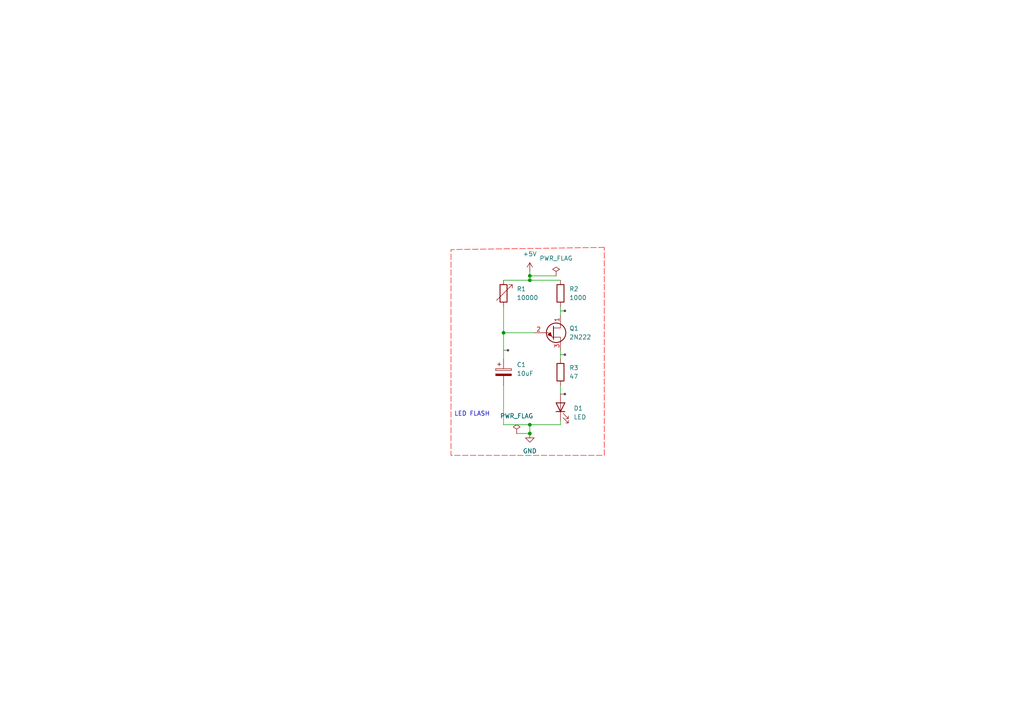
<source format=kicad_sch>
(kicad_sch
	(version 20250114)
	(generator "eeschema")
	(generator_version "9.0")
	(uuid "ed9521a5-353e-44ec-921d-81a030506087")
	(paper "A4")
	(title_block
		(title "LED FLASH USING UJT")
		(date "11-09-2025")
		(rev "ver 1")
		(company "SSN COLLEGE OF ENGINEERING")
		(comment 1 "MY FIRST PCB DESIGN")
	)
	(lib_symbols
		(symbol "Device:C_Polarized"
			(pin_numbers
				(hide yes)
			)
			(pin_names
				(offset 0.254)
			)
			(exclude_from_sim no)
			(in_bom yes)
			(on_board yes)
			(property "Reference" "C"
				(at 0.635 2.54 0)
				(effects
					(font
						(size 1.27 1.27)
					)
					(justify left)
				)
			)
			(property "Value" "C_Polarized"
				(at 0.635 -2.54 0)
				(effects
					(font
						(size 1.27 1.27)
					)
					(justify left)
				)
			)
			(property "Footprint" ""
				(at 0.9652 -3.81 0)
				(effects
					(font
						(size 1.27 1.27)
					)
					(hide yes)
				)
			)
			(property "Datasheet" "~"
				(at 0 0 0)
				(effects
					(font
						(size 1.27 1.27)
					)
					(hide yes)
				)
			)
			(property "Description" "Polarized capacitor"
				(at 0 0 0)
				(effects
					(font
						(size 1.27 1.27)
					)
					(hide yes)
				)
			)
			(property "ki_keywords" "cap capacitor"
				(at 0 0 0)
				(effects
					(font
						(size 1.27 1.27)
					)
					(hide yes)
				)
			)
			(property "ki_fp_filters" "CP_*"
				(at 0 0 0)
				(effects
					(font
						(size 1.27 1.27)
					)
					(hide yes)
				)
			)
			(symbol "C_Polarized_0_1"
				(rectangle
					(start -2.286 0.508)
					(end 2.286 1.016)
					(stroke
						(width 0)
						(type default)
					)
					(fill
						(type none)
					)
				)
				(polyline
					(pts
						(xy -1.778 2.286) (xy -0.762 2.286)
					)
					(stroke
						(width 0)
						(type default)
					)
					(fill
						(type none)
					)
				)
				(polyline
					(pts
						(xy -1.27 2.794) (xy -1.27 1.778)
					)
					(stroke
						(width 0)
						(type default)
					)
					(fill
						(type none)
					)
				)
				(rectangle
					(start 2.286 -0.508)
					(end -2.286 -1.016)
					(stroke
						(width 0)
						(type default)
					)
					(fill
						(type outline)
					)
				)
			)
			(symbol "C_Polarized_1_1"
				(pin passive line
					(at 0 3.81 270)
					(length 2.794)
					(name "~"
						(effects
							(font
								(size 1.27 1.27)
							)
						)
					)
					(number "1"
						(effects
							(font
								(size 1.27 1.27)
							)
						)
					)
				)
				(pin passive line
					(at 0 -3.81 90)
					(length 2.794)
					(name "~"
						(effects
							(font
								(size 1.27 1.27)
							)
						)
					)
					(number "2"
						(effects
							(font
								(size 1.27 1.27)
							)
						)
					)
				)
			)
			(embedded_fonts no)
		)
		(symbol "Device:LED"
			(pin_numbers
				(hide yes)
			)
			(pin_names
				(offset 1.016)
				(hide yes)
			)
			(exclude_from_sim no)
			(in_bom yes)
			(on_board yes)
			(property "Reference" "D"
				(at 0 2.54 0)
				(effects
					(font
						(size 1.27 1.27)
					)
				)
			)
			(property "Value" "LED"
				(at 0 -2.54 0)
				(effects
					(font
						(size 1.27 1.27)
					)
				)
			)
			(property "Footprint" ""
				(at 0 0 0)
				(effects
					(font
						(size 1.27 1.27)
					)
					(hide yes)
				)
			)
			(property "Datasheet" "~"
				(at 0 0 0)
				(effects
					(font
						(size 1.27 1.27)
					)
					(hide yes)
				)
			)
			(property "Description" "Light emitting diode"
				(at 0 0 0)
				(effects
					(font
						(size 1.27 1.27)
					)
					(hide yes)
				)
			)
			(property "Sim.Pins" "1=K 2=A"
				(at 0 0 0)
				(effects
					(font
						(size 1.27 1.27)
					)
					(hide yes)
				)
			)
			(property "ki_keywords" "LED diode"
				(at 0 0 0)
				(effects
					(font
						(size 1.27 1.27)
					)
					(hide yes)
				)
			)
			(property "ki_fp_filters" "LED* LED_SMD:* LED_THT:*"
				(at 0 0 0)
				(effects
					(font
						(size 1.27 1.27)
					)
					(hide yes)
				)
			)
			(symbol "LED_0_1"
				(polyline
					(pts
						(xy -3.048 -0.762) (xy -4.572 -2.286) (xy -3.81 -2.286) (xy -4.572 -2.286) (xy -4.572 -1.524)
					)
					(stroke
						(width 0)
						(type default)
					)
					(fill
						(type none)
					)
				)
				(polyline
					(pts
						(xy -1.778 -0.762) (xy -3.302 -2.286) (xy -2.54 -2.286) (xy -3.302 -2.286) (xy -3.302 -1.524)
					)
					(stroke
						(width 0)
						(type default)
					)
					(fill
						(type none)
					)
				)
				(polyline
					(pts
						(xy -1.27 0) (xy 1.27 0)
					)
					(stroke
						(width 0)
						(type default)
					)
					(fill
						(type none)
					)
				)
				(polyline
					(pts
						(xy -1.27 -1.27) (xy -1.27 1.27)
					)
					(stroke
						(width 0.254)
						(type default)
					)
					(fill
						(type none)
					)
				)
				(polyline
					(pts
						(xy 1.27 -1.27) (xy 1.27 1.27) (xy -1.27 0) (xy 1.27 -1.27)
					)
					(stroke
						(width 0.254)
						(type default)
					)
					(fill
						(type none)
					)
				)
			)
			(symbol "LED_1_1"
				(pin passive line
					(at -3.81 0 0)
					(length 2.54)
					(name "K"
						(effects
							(font
								(size 1.27 1.27)
							)
						)
					)
					(number "1"
						(effects
							(font
								(size 1.27 1.27)
							)
						)
					)
				)
				(pin passive line
					(at 3.81 0 180)
					(length 2.54)
					(name "A"
						(effects
							(font
								(size 1.27 1.27)
							)
						)
					)
					(number "2"
						(effects
							(font
								(size 1.27 1.27)
							)
						)
					)
				)
			)
			(embedded_fonts no)
		)
		(symbol "Device:Q_PUJT_BEB"
			(pin_names
				(offset 0)
				(hide yes)
			)
			(exclude_from_sim no)
			(in_bom yes)
			(on_board yes)
			(property "Reference" "Q"
				(at 5.08 1.27 0)
				(effects
					(font
						(size 1.27 1.27)
					)
					(justify left)
				)
			)
			(property "Value" "Q_PUJT_BEB"
				(at 5.08 -1.27 0)
				(effects
					(font
						(size 1.27 1.27)
					)
					(justify left)
				)
			)
			(property "Footprint" ""
				(at 5.08 2.54 0)
				(effects
					(font
						(size 1.27 1.27)
					)
					(hide yes)
				)
			)
			(property "Datasheet" "~"
				(at 0 0 0)
				(effects
					(font
						(size 1.27 1.27)
					)
					(hide yes)
				)
			)
			(property "Description" "P-Type unijunction transistor"
				(at 0 0 0)
				(effects
					(font
						(size 1.27 1.27)
					)
					(hide yes)
				)
			)
			(property "ki_keywords" "transistor UJT"
				(at 0 0 0)
				(effects
					(font
						(size 1.27 1.27)
					)
					(hide yes)
				)
			)
			(symbol "Q_PUJT_BEB_0_1"
				(polyline
					(pts
						(xy -2.54 0) (xy -1.016 0) (xy 0.508 -1.524)
					)
					(stroke
						(width 0)
						(type default)
					)
					(fill
						(type none)
					)
				)
				(polyline
					(pts
						(xy 0 -1.016) (xy -0.381 0.127) (xy -1.143 -0.635) (xy 0 -1.016)
					)
					(stroke
						(width 0)
						(type default)
					)
					(fill
						(type outline)
					)
				)
				(polyline
					(pts
						(xy 0.508 1.905) (xy 0.508 -1.905) (xy 0.508 -1.905)
					)
					(stroke
						(width 0.254)
						(type default)
					)
					(fill
						(type none)
					)
				)
				(circle
					(center 1.27 0)
					(radius 2.8194)
					(stroke
						(width 0.254)
						(type default)
					)
					(fill
						(type none)
					)
				)
				(polyline
					(pts
						(xy 2.54 2.54) (xy 2.54 1.397) (xy 0.508 1.397)
					)
					(stroke
						(width 0)
						(type default)
					)
					(fill
						(type none)
					)
				)
				(polyline
					(pts
						(xy 2.54 -2.54) (xy 2.54 -1.27) (xy 0.508 -1.27)
					)
					(stroke
						(width 0)
						(type default)
					)
					(fill
						(type none)
					)
				)
			)
			(symbol "Q_PUJT_BEB_1_1"
				(pin input line
					(at -5.08 0 0)
					(length 2.54)
					(name "E"
						(effects
							(font
								(size 1.27 1.27)
							)
						)
					)
					(number "2"
						(effects
							(font
								(size 1.27 1.27)
							)
						)
					)
				)
				(pin passive line
					(at 2.54 5.08 270)
					(length 2.54)
					(name "B2"
						(effects
							(font
								(size 1.27 1.27)
							)
						)
					)
					(number "1"
						(effects
							(font
								(size 1.27 1.27)
							)
						)
					)
				)
				(pin passive line
					(at 2.54 -5.08 90)
					(length 2.54)
					(name "B1"
						(effects
							(font
								(size 1.27 1.27)
							)
						)
					)
					(number "3"
						(effects
							(font
								(size 1.27 1.27)
							)
						)
					)
				)
			)
			(embedded_fonts no)
		)
		(symbol "Device:R"
			(pin_numbers
				(hide yes)
			)
			(pin_names
				(offset 0)
			)
			(exclude_from_sim no)
			(in_bom yes)
			(on_board yes)
			(property "Reference" "R"
				(at 2.032 0 90)
				(effects
					(font
						(size 1.27 1.27)
					)
				)
			)
			(property "Value" "R"
				(at 0 0 90)
				(effects
					(font
						(size 1.27 1.27)
					)
				)
			)
			(property "Footprint" ""
				(at -1.778 0 90)
				(effects
					(font
						(size 1.27 1.27)
					)
					(hide yes)
				)
			)
			(property "Datasheet" "~"
				(at 0 0 0)
				(effects
					(font
						(size 1.27 1.27)
					)
					(hide yes)
				)
			)
			(property "Description" "Resistor"
				(at 0 0 0)
				(effects
					(font
						(size 1.27 1.27)
					)
					(hide yes)
				)
			)
			(property "ki_keywords" "R res resistor"
				(at 0 0 0)
				(effects
					(font
						(size 1.27 1.27)
					)
					(hide yes)
				)
			)
			(property "ki_fp_filters" "R_*"
				(at 0 0 0)
				(effects
					(font
						(size 1.27 1.27)
					)
					(hide yes)
				)
			)
			(symbol "R_0_1"
				(rectangle
					(start -1.016 -2.54)
					(end 1.016 2.54)
					(stroke
						(width 0.254)
						(type default)
					)
					(fill
						(type none)
					)
				)
			)
			(symbol "R_1_1"
				(pin passive line
					(at 0 3.81 270)
					(length 1.27)
					(name "~"
						(effects
							(font
								(size 1.27 1.27)
							)
						)
					)
					(number "1"
						(effects
							(font
								(size 1.27 1.27)
							)
						)
					)
				)
				(pin passive line
					(at 0 -3.81 90)
					(length 1.27)
					(name "~"
						(effects
							(font
								(size 1.27 1.27)
							)
						)
					)
					(number "2"
						(effects
							(font
								(size 1.27 1.27)
							)
						)
					)
				)
			)
			(embedded_fonts no)
		)
		(symbol "Device:R_Variable"
			(pin_numbers
				(hide yes)
			)
			(pin_names
				(offset 0)
			)
			(exclude_from_sim no)
			(in_bom yes)
			(on_board yes)
			(property "Reference" "R"
				(at 2.54 -2.54 90)
				(effects
					(font
						(size 1.27 1.27)
					)
					(justify left)
				)
			)
			(property "Value" "R_Variable"
				(at -2.54 -1.27 90)
				(effects
					(font
						(size 1.27 1.27)
					)
					(justify left)
				)
			)
			(property "Footprint" ""
				(at -1.778 0 90)
				(effects
					(font
						(size 1.27 1.27)
					)
					(hide yes)
				)
			)
			(property "Datasheet" "~"
				(at 0 0 0)
				(effects
					(font
						(size 1.27 1.27)
					)
					(hide yes)
				)
			)
			(property "Description" "Variable resistor"
				(at 0 0 0)
				(effects
					(font
						(size 1.27 1.27)
					)
					(hide yes)
				)
			)
			(property "ki_keywords" "R res resistor variable potentiometer rheostat"
				(at 0 0 0)
				(effects
					(font
						(size 1.27 1.27)
					)
					(hide yes)
				)
			)
			(property "ki_fp_filters" "R_*"
				(at 0 0 0)
				(effects
					(font
						(size 1.27 1.27)
					)
					(hide yes)
				)
			)
			(symbol "R_Variable_0_1"
				(rectangle
					(start -1.016 -2.54)
					(end 1.016 2.54)
					(stroke
						(width 0.254)
						(type default)
					)
					(fill
						(type none)
					)
				)
				(polyline
					(pts
						(xy 2.54 1.524) (xy 2.54 2.54) (xy 1.524 2.54) (xy 2.54 2.54) (xy -2.032 -2.032)
					)
					(stroke
						(width 0)
						(type default)
					)
					(fill
						(type none)
					)
				)
			)
			(symbol "R_Variable_1_1"
				(pin passive line
					(at 0 3.81 270)
					(length 1.27)
					(name "~"
						(effects
							(font
								(size 1.27 1.27)
							)
						)
					)
					(number "1"
						(effects
							(font
								(size 1.27 1.27)
							)
						)
					)
				)
				(pin passive line
					(at 0 -3.81 90)
					(length 1.27)
					(name "~"
						(effects
							(font
								(size 1.27 1.27)
							)
						)
					)
					(number "2"
						(effects
							(font
								(size 1.27 1.27)
							)
						)
					)
				)
			)
			(embedded_fonts no)
		)
		(symbol "power:+5V"
			(power)
			(pin_numbers
				(hide yes)
			)
			(pin_names
				(offset 0)
				(hide yes)
			)
			(exclude_from_sim no)
			(in_bom yes)
			(on_board yes)
			(property "Reference" "#PWR"
				(at 0 -3.81 0)
				(effects
					(font
						(size 1.27 1.27)
					)
					(hide yes)
				)
			)
			(property "Value" "+5V"
				(at 0 3.556 0)
				(effects
					(font
						(size 1.27 1.27)
					)
				)
			)
			(property "Footprint" ""
				(at 0 0 0)
				(effects
					(font
						(size 1.27 1.27)
					)
					(hide yes)
				)
			)
			(property "Datasheet" ""
				(at 0 0 0)
				(effects
					(font
						(size 1.27 1.27)
					)
					(hide yes)
				)
			)
			(property "Description" "Power symbol creates a global label with name \"+5V\""
				(at 0 0 0)
				(effects
					(font
						(size 1.27 1.27)
					)
					(hide yes)
				)
			)
			(property "ki_keywords" "global power"
				(at 0 0 0)
				(effects
					(font
						(size 1.27 1.27)
					)
					(hide yes)
				)
			)
			(symbol "+5V_0_1"
				(polyline
					(pts
						(xy -0.762 1.27) (xy 0 2.54)
					)
					(stroke
						(width 0)
						(type default)
					)
					(fill
						(type none)
					)
				)
				(polyline
					(pts
						(xy 0 2.54) (xy 0.762 1.27)
					)
					(stroke
						(width 0)
						(type default)
					)
					(fill
						(type none)
					)
				)
				(polyline
					(pts
						(xy 0 0) (xy 0 2.54)
					)
					(stroke
						(width 0)
						(type default)
					)
					(fill
						(type none)
					)
				)
			)
			(symbol "+5V_1_1"
				(pin power_in line
					(at 0 0 90)
					(length 0)
					(name "~"
						(effects
							(font
								(size 1.27 1.27)
							)
						)
					)
					(number "1"
						(effects
							(font
								(size 1.27 1.27)
							)
						)
					)
				)
			)
			(embedded_fonts no)
		)
		(symbol "power:GND"
			(power)
			(pin_numbers
				(hide yes)
			)
			(pin_names
				(offset 0)
				(hide yes)
			)
			(exclude_from_sim no)
			(in_bom yes)
			(on_board yes)
			(property "Reference" "#PWR"
				(at 0 -6.35 0)
				(effects
					(font
						(size 1.27 1.27)
					)
					(hide yes)
				)
			)
			(property "Value" "GND"
				(at 0 -3.81 0)
				(effects
					(font
						(size 1.27 1.27)
					)
				)
			)
			(property "Footprint" ""
				(at 0 0 0)
				(effects
					(font
						(size 1.27 1.27)
					)
					(hide yes)
				)
			)
			(property "Datasheet" ""
				(at 0 0 0)
				(effects
					(font
						(size 1.27 1.27)
					)
					(hide yes)
				)
			)
			(property "Description" "Power symbol creates a global label with name \"GND\" , ground"
				(at 0 0 0)
				(effects
					(font
						(size 1.27 1.27)
					)
					(hide yes)
				)
			)
			(property "ki_keywords" "global power"
				(at 0 0 0)
				(effects
					(font
						(size 1.27 1.27)
					)
					(hide yes)
				)
			)
			(symbol "GND_0_1"
				(polyline
					(pts
						(xy 0 0) (xy 0 -1.27) (xy 1.27 -1.27) (xy 0 -2.54) (xy -1.27 -1.27) (xy 0 -1.27)
					)
					(stroke
						(width 0)
						(type default)
					)
					(fill
						(type none)
					)
				)
			)
			(symbol "GND_1_1"
				(pin power_in line
					(at 0 0 270)
					(length 0)
					(name "~"
						(effects
							(font
								(size 1.27 1.27)
							)
						)
					)
					(number "1"
						(effects
							(font
								(size 1.27 1.27)
							)
						)
					)
				)
			)
			(embedded_fonts no)
		)
		(symbol "power:PWR_FLAG"
			(power)
			(pin_numbers
				(hide yes)
			)
			(pin_names
				(offset 0)
				(hide yes)
			)
			(exclude_from_sim no)
			(in_bom yes)
			(on_board yes)
			(property "Reference" "#FLG"
				(at 0 1.905 0)
				(effects
					(font
						(size 1.27 1.27)
					)
					(hide yes)
				)
			)
			(property "Value" "PWR_FLAG"
				(at 0 3.81 0)
				(effects
					(font
						(size 1.27 1.27)
					)
				)
			)
			(property "Footprint" ""
				(at 0 0 0)
				(effects
					(font
						(size 1.27 1.27)
					)
					(hide yes)
				)
			)
			(property "Datasheet" "~"
				(at 0 0 0)
				(effects
					(font
						(size 1.27 1.27)
					)
					(hide yes)
				)
			)
			(property "Description" "Special symbol for telling ERC where power comes from"
				(at 0 0 0)
				(effects
					(font
						(size 1.27 1.27)
					)
					(hide yes)
				)
			)
			(property "ki_keywords" "flag power"
				(at 0 0 0)
				(effects
					(font
						(size 1.27 1.27)
					)
					(hide yes)
				)
			)
			(symbol "PWR_FLAG_0_0"
				(pin power_out line
					(at 0 0 90)
					(length 0)
					(name "~"
						(effects
							(font
								(size 1.27 1.27)
							)
						)
					)
					(number "1"
						(effects
							(font
								(size 1.27 1.27)
							)
						)
					)
				)
			)
			(symbol "PWR_FLAG_0_1"
				(polyline
					(pts
						(xy 0 0) (xy 0 1.27) (xy -1.016 1.905) (xy 0 2.54) (xy 1.016 1.905) (xy 0 1.27)
					)
					(stroke
						(width 0)
						(type default)
					)
					(fill
						(type none)
					)
				)
			)
			(embedded_fonts no)
		)
	)
	(text "LED FLASH "
		(exclude_from_sim no)
		(at 137.414 120.142 0)
		(effects
			(font
				(size 1.27 1.27)
			)
		)
		(uuid "7b9ba56f-f0ad-40ce-9415-c9535515d580")
	)
	(junction
		(at 153.67 80.01)
		(diameter 0)
		(color 0 0 0 0)
		(uuid "494b624b-ebdc-45d3-aba2-287f113ae1c0")
	)
	(junction
		(at 146.05 96.52)
		(diameter 0)
		(color 0 0 0 0)
		(uuid "7d88dc89-965c-41ff-aa7d-00f30dd7e9e9")
	)
	(junction
		(at 153.67 123.19)
		(diameter 0)
		(color 0 0 0 0)
		(uuid "d199b666-707e-40eb-9bb0-6411895602a8")
	)
	(junction
		(at 153.67 125.73)
		(diameter 0)
		(color 0 0 0 0)
		(uuid "eda3a711-129a-4a5a-8e9b-7144008e41b7")
	)
	(junction
		(at 153.67 81.28)
		(diameter 0)
		(color 0 0 0 0)
		(uuid "f49accbb-117e-4d96-90fa-0893a58e79db")
	)
	(wire
		(pts
			(xy 146.05 81.28) (xy 153.67 81.28)
		)
		(stroke
			(width 0)
			(type default)
		)
		(uuid "07ef0135-3b76-403d-8044-c44a38aa41be")
	)
	(wire
		(pts
			(xy 146.05 111.76) (xy 146.05 123.19)
		)
		(stroke
			(width 0)
			(type default)
		)
		(uuid "09281be7-3a26-4a5f-8994-573ff101f1b4")
	)
	(wire
		(pts
			(xy 146.05 96.52) (xy 154.94 96.52)
		)
		(stroke
			(width 0)
			(type default)
		)
		(uuid "09480691-45d8-496e-bb59-41fa94cb5215")
	)
	(wire
		(pts
			(xy 162.56 121.92) (xy 162.56 123.19)
		)
		(stroke
			(width 0)
			(type default)
		)
		(uuid "108231d6-a4f2-40ec-a6e4-d7003707d628")
	)
	(wire
		(pts
			(xy 149.86 125.73) (xy 153.67 125.73)
		)
		(stroke
			(width 0)
			(type default)
		)
		(uuid "5ed94a92-2224-407b-8f11-5a0c2533d703")
	)
	(wire
		(pts
			(xy 153.67 123.19) (xy 153.67 125.73)
		)
		(stroke
			(width 0)
			(type default)
		)
		(uuid "6e01a2a8-3947-4721-b05f-010ba2c7a949")
	)
	(wire
		(pts
			(xy 146.05 88.9) (xy 146.05 96.52)
		)
		(stroke
			(width 0)
			(type default)
		)
		(uuid "70a66b19-1425-4d88-9795-e1145ddca8d2")
	)
	(wire
		(pts
			(xy 153.67 123.19) (xy 162.56 123.19)
		)
		(stroke
			(width 0)
			(type default)
		)
		(uuid "74c2a0bf-e5ff-4dbf-8789-f17f513ec7bc")
	)
	(wire
		(pts
			(xy 146.05 123.19) (xy 153.67 123.19)
		)
		(stroke
			(width 0)
			(type default)
		)
		(uuid "75b0ea43-eae6-445e-ac1c-2098096cce50")
	)
	(wire
		(pts
			(xy 153.67 81.28) (xy 162.56 81.28)
		)
		(stroke
			(width 0)
			(type default)
		)
		(uuid "79172cae-5a81-4a89-a1cf-b060729a6a22")
	)
	(wire
		(pts
			(xy 146.05 96.52) (xy 146.05 104.14)
		)
		(stroke
			(width 0)
			(type default)
		)
		(uuid "7f1dd9f1-45b2-4a25-bdfa-ca5ba8cae3a0")
	)
	(wire
		(pts
			(xy 162.56 111.76) (xy 162.56 114.3)
		)
		(stroke
			(width 0)
			(type default)
		)
		(uuid "b93a71aa-7e0b-47ff-b950-4841a48bbc0b")
	)
	(wire
		(pts
			(xy 153.67 78.74) (xy 153.67 80.01)
		)
		(stroke
			(width 0)
			(type default)
		)
		(uuid "c8cc0194-c89a-4a87-88b9-10d50e2be44e")
	)
	(wire
		(pts
			(xy 162.56 101.6) (xy 162.56 104.14)
		)
		(stroke
			(width 0)
			(type default)
		)
		(uuid "d5815070-0ba8-454e-a101-7694e6402bdf")
	)
	(wire
		(pts
			(xy 153.67 80.01) (xy 161.29 80.01)
		)
		(stroke
			(width 0)
			(type default)
		)
		(uuid "d9336b86-e29d-4db8-8d34-ae62d72254e8")
	)
	(wire
		(pts
			(xy 162.56 88.9) (xy 162.56 91.44)
		)
		(stroke
			(width 0)
			(type default)
		)
		(uuid "ec07d7b0-de11-41f0-9d33-7c966dd98f5a")
	)
	(wire
		(pts
			(xy 153.67 80.01) (xy 153.67 81.28)
		)
		(stroke
			(width 0)
			(type default)
		)
		(uuid "f170dfc2-9b69-4406-9249-cd17930ff514")
	)
	(rule_area
		(polyline
			(pts
				(xy 175.26 71.755) (xy 130.81 72.39) (xy 130.81 132.08) (xy 175.26 132.08)
			)
			(stroke
				(width 0)
				(type dash)
			)
			(fill
				(type none)
			)
			(uuid 3cab8863-18b0-4052-ba0a-fc4568015189)
		)
	)
	(netclass_flag ""
		(length 1.27)
		(shape dot)
		(at 162.56 90.17 270)
		(fields_autoplaced yes)
		(effects
			(font
				(size 1.27 1.27)
			)
			(justify right bottom)
		)
		(uuid "5e2368b3-235b-4dd0-bcec-df1421e96872")
		(property "Netclass" "signal"
			(at 163.83 89.4715 90)
			(effects
				(font
					(size 1.27 1.27)
				)
				(justify left)
				(hide yes)
			)
		)
		(property "Component Class" ""
			(at 2.54 -1.27 0)
			(effects
				(font
					(size 1.27 1.27)
					(italic yes)
				)
			)
		)
	)
	(netclass_flag ""
		(length 1.27)
		(shape dot)
		(at 162.56 102.87 270)
		(fields_autoplaced yes)
		(effects
			(font
				(size 1.27 1.27)
			)
			(justify right bottom)
		)
		(uuid "a24a1cbb-7025-497a-bebd-209271992747")
		(property "Netclass" "signal"
			(at 163.83 102.1715 90)
			(effects
				(font
					(size 1.27 1.27)
				)
				(justify left)
				(hide yes)
			)
		)
		(property "Component Class" ""
			(at -81.28 5.08 0)
			(effects
				(font
					(size 1.27 1.27)
					(italic yes)
				)
			)
		)
	)
	(netclass_flag ""
		(length 1.27)
		(shape dot)
		(at 146.05 101.6 270)
		(fields_autoplaced yes)
		(effects
			(font
				(size 1.27 1.27)
			)
			(justify right bottom)
		)
		(uuid "e5ed1003-93f2-45a6-83ae-958f83024dac")
		(property "Netclass" "signal"
			(at 147.32 100.9015 90)
			(effects
				(font
					(size 1.27 1.27)
				)
				(justify left)
				(hide yes)
			)
		)
		(property "Component Class" ""
			(at 0 0 0)
			(effects
				(font
					(size 1.27 1.27)
					(italic yes)
				)
			)
		)
	)
	(netclass_flag ""
		(length 1.27)
		(shape dot)
		(at 162.56 114.3 270)
		(fields_autoplaced yes)
		(effects
			(font
				(size 1.27 1.27)
			)
			(justify right bottom)
		)
		(uuid "ee026aa1-7857-461a-81d7-7f025962ce92")
		(property "Netclass" "signal"
			(at 163.83 113.6015 90)
			(effects
				(font
					(size 1.27 1.27)
				)
				(justify left)
				(hide yes)
			)
		)
		(property "Component Class" ""
			(at 0 1.27 0)
			(effects
				(font
					(size 1.27 1.27)
					(italic yes)
				)
			)
		)
	)
	(symbol
		(lib_id "Device:R")
		(at 162.56 107.95 0)
		(unit 1)
		(exclude_from_sim no)
		(in_bom yes)
		(on_board yes)
		(dnp no)
		(fields_autoplaced yes)
		(uuid "01e7551e-04d0-40cf-bd03-e6f2af779255")
		(property "Reference" "R3"
			(at 165.1 106.6799 0)
			(effects
				(font
					(size 1.27 1.27)
				)
				(justify left)
			)
		)
		(property "Value" "47"
			(at 165.1 109.2199 0)
			(effects
				(font
					(size 1.27 1.27)
				)
				(justify left)
			)
		)
		(property "Footprint" "Resistor_THT:R_Axial_DIN0207_L6.3mm_D2.5mm_P10.16mm_Horizontal"
			(at 160.782 107.95 90)
			(effects
				(font
					(size 1.27 1.27)
				)
				(hide yes)
			)
		)
		(property "Datasheet" "~"
			(at 162.56 107.95 0)
			(effects
				(font
					(size 1.27 1.27)
				)
				(hide yes)
			)
		)
		(property "Description" "Resistor"
			(at 162.56 107.95 0)
			(effects
				(font
					(size 1.27 1.27)
				)
				(hide yes)
			)
		)
		(pin "1"
			(uuid "b2246b2f-a558-457e-8d0c-9518a6e9b23d")
		)
		(pin "2"
			(uuid "a2ba27a8-4126-4d9e-b56c-96a174a865fa")
		)
		(instances
			(project ""
				(path "/ed9521a5-353e-44ec-921d-81a030506087"
					(reference "R3")
					(unit 1)
				)
			)
		)
	)
	(symbol
		(lib_id "power:PWR_FLAG")
		(at 161.29 80.01 0)
		(unit 1)
		(exclude_from_sim no)
		(in_bom yes)
		(on_board yes)
		(dnp no)
		(fields_autoplaced yes)
		(uuid "57b6ca66-e6c2-4ab8-ad26-acc0f45ad7d6")
		(property "Reference" "#FLG01"
			(at 161.29 78.105 0)
			(effects
				(font
					(size 1.27 1.27)
				)
				(hide yes)
			)
		)
		(property "Value" "PWR_FLAG"
			(at 161.29 74.93 0)
			(effects
				(font
					(size 1.27 1.27)
				)
			)
		)
		(property "Footprint" ""
			(at 161.29 80.01 0)
			(effects
				(font
					(size 1.27 1.27)
				)
				(hide yes)
			)
		)
		(property "Datasheet" "~"
			(at 161.29 80.01 0)
			(effects
				(font
					(size 1.27 1.27)
				)
				(hide yes)
			)
		)
		(property "Description" "Special symbol for telling ERC where power comes from"
			(at 161.29 80.01 0)
			(effects
				(font
					(size 1.27 1.27)
				)
				(hide yes)
			)
		)
		(pin "1"
			(uuid "f19dcf35-08a5-4e2e-87a2-85a311504e28")
		)
		(instances
			(project ""
				(path "/ed9521a5-353e-44ec-921d-81a030506087"
					(reference "#FLG01")
					(unit 1)
				)
			)
		)
	)
	(symbol
		(lib_id "Device:C_Polarized")
		(at 146.05 107.95 0)
		(unit 1)
		(exclude_from_sim no)
		(in_bom yes)
		(on_board yes)
		(dnp no)
		(fields_autoplaced yes)
		(uuid "ab1bd249-0254-4bac-b621-f90baab0824e")
		(property "Reference" "C1"
			(at 149.86 105.7909 0)
			(effects
				(font
					(size 1.27 1.27)
				)
				(justify left)
			)
		)
		(property "Value" "10uF"
			(at 149.86 108.3309 0)
			(effects
				(font
					(size 1.27 1.27)
				)
				(justify left)
			)
		)
		(property "Footprint" "Capacitor_THT:CP_Radial_D4.0mm_P1.50mm"
			(at 147.0152 111.76 0)
			(effects
				(font
					(size 1.27 1.27)
				)
				(hide yes)
			)
		)
		(property "Datasheet" "~"
			(at 146.05 107.95 0)
			(effects
				(font
					(size 1.27 1.27)
				)
				(hide yes)
			)
		)
		(property "Description" "Polarized capacitor"
			(at 146.05 107.95 0)
			(effects
				(font
					(size 1.27 1.27)
				)
				(hide yes)
			)
		)
		(pin "2"
			(uuid "b94da827-6cb9-408a-98e7-ba8fca791809")
		)
		(pin "1"
			(uuid "5185d313-4e25-4ec9-a6cb-22c954dacbd7")
		)
		(instances
			(project ""
				(path "/ed9521a5-353e-44ec-921d-81a030506087"
					(reference "C1")
					(unit 1)
				)
			)
		)
	)
	(symbol
		(lib_id "power:PWR_FLAG")
		(at 149.86 125.73 0)
		(unit 1)
		(exclude_from_sim no)
		(in_bom yes)
		(on_board yes)
		(dnp no)
		(fields_autoplaced yes)
		(uuid "afb2b9ee-895f-4b5f-bae0-4494455c3243")
		(property "Reference" "#FLG02"
			(at 149.86 123.825 0)
			(effects
				(font
					(size 1.27 1.27)
				)
				(hide yes)
			)
		)
		(property "Value" "PWR_FLAG"
			(at 149.86 120.65 0)
			(effects
				(font
					(size 1.27 1.27)
				)
			)
		)
		(property "Footprint" ""
			(at 149.86 125.73 0)
			(effects
				(font
					(size 1.27 1.27)
				)
				(hide yes)
			)
		)
		(property "Datasheet" "~"
			(at 149.86 125.73 0)
			(effects
				(font
					(size 1.27 1.27)
				)
				(hide yes)
			)
		)
		(property "Description" "Special symbol for telling ERC where power comes from"
			(at 149.86 125.73 0)
			(effects
				(font
					(size 1.27 1.27)
				)
				(hide yes)
			)
		)
		(pin "1"
			(uuid "27fcd026-d44b-4729-9a80-80549b5cb8a5")
		)
		(instances
			(project ""
				(path "/ed9521a5-353e-44ec-921d-81a030506087"
					(reference "#FLG02")
					(unit 1)
				)
			)
		)
	)
	(symbol
		(lib_id "power:GND")
		(at 153.67 125.73 0)
		(unit 1)
		(exclude_from_sim no)
		(in_bom yes)
		(on_board yes)
		(dnp no)
		(fields_autoplaced yes)
		(uuid "b31fc70b-41b5-4705-9ba8-896a76426ebb")
		(property "Reference" "#PWR02"
			(at 153.67 132.08 0)
			(effects
				(font
					(size 1.27 1.27)
				)
				(hide yes)
			)
		)
		(property "Value" "GND"
			(at 153.67 130.81 0)
			(effects
				(font
					(size 1.27 1.27)
				)
			)
		)
		(property "Footprint" ""
			(at 153.67 125.73 0)
			(effects
				(font
					(size 1.27 1.27)
				)
				(hide yes)
			)
		)
		(property "Datasheet" ""
			(at 153.67 125.73 0)
			(effects
				(font
					(size 1.27 1.27)
				)
				(hide yes)
			)
		)
		(property "Description" "Power symbol creates a global label with name \"GND\" , ground"
			(at 153.67 125.73 0)
			(effects
				(font
					(size 1.27 1.27)
				)
				(hide yes)
			)
		)
		(pin "1"
			(uuid "d5013d50-9460-47b2-8ebd-54817ca7a14b")
		)
		(instances
			(project ""
				(path "/ed9521a5-353e-44ec-921d-81a030506087"
					(reference "#PWR02")
					(unit 1)
				)
			)
		)
	)
	(symbol
		(lib_id "Device:LED")
		(at 162.56 118.11 90)
		(unit 1)
		(exclude_from_sim no)
		(in_bom yes)
		(on_board yes)
		(dnp no)
		(fields_autoplaced yes)
		(uuid "c40aa721-144d-4f85-abdc-01a6a743c966")
		(property "Reference" "D1"
			(at 166.37 118.4274 90)
			(effects
				(font
					(size 1.27 1.27)
				)
				(justify right)
			)
		)
		(property "Value" "LED"
			(at 166.37 120.9674 90)
			(effects
				(font
					(size 1.27 1.27)
				)
				(justify right)
			)
		)
		(property "Footprint" "LED_THT:LED_D5.0mm"
			(at 162.56 118.11 0)
			(effects
				(font
					(size 1.27 1.27)
				)
				(hide yes)
			)
		)
		(property "Datasheet" "~"
			(at 162.56 118.11 0)
			(effects
				(font
					(size 1.27 1.27)
				)
				(hide yes)
			)
		)
		(property "Description" "Light emitting diode"
			(at 162.56 118.11 0)
			(effects
				(font
					(size 1.27 1.27)
				)
				(hide yes)
			)
		)
		(property "Sim.Pins" "1=K 2=A"
			(at 162.56 118.11 0)
			(effects
				(font
					(size 1.27 1.27)
				)
				(hide yes)
			)
		)
		(pin "2"
			(uuid "70aeecfc-bcde-44d0-8dff-d9af520a3938")
		)
		(pin "1"
			(uuid "f7ddc09b-0f9b-4501-b8a5-effe5b2428a4")
		)
		(instances
			(project ""
				(path "/ed9521a5-353e-44ec-921d-81a030506087"
					(reference "D1")
					(unit 1)
				)
			)
		)
	)
	(symbol
		(lib_id "Device:Q_PUJT_BEB")
		(at 160.02 96.52 0)
		(unit 1)
		(exclude_from_sim no)
		(in_bom yes)
		(on_board yes)
		(dnp no)
		(fields_autoplaced yes)
		(uuid "c91d97b0-7e74-4171-baf2-16a5f48d6ed9")
		(property "Reference" "Q1"
			(at 165.1 95.2499 0)
			(effects
				(font
					(size 1.27 1.27)
				)
				(justify left)
			)
		)
		(property "Value" "2N222"
			(at 165.1 97.7899 0)
			(effects
				(font
					(size 1.27 1.27)
				)
				(justify left)
			)
		)
		(property "Footprint" "Package_TO_SOT_THT:TO-92"
			(at 165.1 93.98 0)
			(effects
				(font
					(size 1.27 1.27)
				)
				(hide yes)
			)
		)
		(property "Datasheet" "~"
			(at 160.02 96.52 0)
			(effects
				(font
					(size 1.27 1.27)
				)
				(hide yes)
			)
		)
		(property "Description" "P-Type unijunction transistor"
			(at 160.02 96.52 0)
			(effects
				(font
					(size 1.27 1.27)
				)
				(hide yes)
			)
		)
		(pin "1"
			(uuid "183df9d6-137e-4d64-83a6-c89462997b7a")
		)
		(pin "3"
			(uuid "db888799-eed3-4009-a074-e489d54db060")
		)
		(pin "2"
			(uuid "1fc4386d-9b28-4be0-8c09-8b914f35310f")
		)
		(instances
			(project ""
				(path "/ed9521a5-353e-44ec-921d-81a030506087"
					(reference "Q1")
					(unit 1)
				)
			)
		)
	)
	(symbol
		(lib_id "Device:R")
		(at 162.56 85.09 0)
		(unit 1)
		(exclude_from_sim no)
		(in_bom yes)
		(on_board yes)
		(dnp no)
		(fields_autoplaced yes)
		(uuid "c95a183b-a941-4ff4-a8ea-10efe52def6d")
		(property "Reference" "R2"
			(at 165.1 83.8199 0)
			(effects
				(font
					(size 1.27 1.27)
				)
				(justify left)
			)
		)
		(property "Value" "1000"
			(at 165.1 86.3599 0)
			(effects
				(font
					(size 1.27 1.27)
				)
				(justify left)
			)
		)
		(property "Footprint" "Resistor_THT:R_Axial_DIN0207_L6.3mm_D2.5mm_P10.16mm_Horizontal"
			(at 160.782 85.09 90)
			(effects
				(font
					(size 1.27 1.27)
				)
				(hide yes)
			)
		)
		(property "Datasheet" "~"
			(at 162.56 85.09 0)
			(effects
				(font
					(size 1.27 1.27)
				)
				(hide yes)
			)
		)
		(property "Description" "Resistor"
			(at 162.56 85.09 0)
			(effects
				(font
					(size 1.27 1.27)
				)
				(hide yes)
			)
		)
		(pin "2"
			(uuid "8ac1a781-4439-465a-bb28-cf2cc2afada3")
		)
		(pin "1"
			(uuid "d7855787-3972-4919-9e46-e8db1e4c3ab1")
		)
		(instances
			(project ""
				(path "/ed9521a5-353e-44ec-921d-81a030506087"
					(reference "R2")
					(unit 1)
				)
			)
		)
	)
	(symbol
		(lib_id "Device:R_Variable")
		(at 146.05 85.09 0)
		(unit 1)
		(exclude_from_sim no)
		(in_bom yes)
		(on_board yes)
		(dnp no)
		(fields_autoplaced yes)
		(uuid "d9a15595-e556-416e-a7e9-165d87db88a1")
		(property "Reference" "R1"
			(at 149.86 83.8199 0)
			(effects
				(font
					(size 1.27 1.27)
				)
				(justify left)
			)
		)
		(property "Value" "10000"
			(at 149.86 86.3599 0)
			(effects
				(font
					(size 1.27 1.27)
				)
				(justify left)
			)
		)
		(property "Footprint" "Resistor_THT:R_Axial_DIN0207_L6.3mm_D2.5mm_P7.62mm_Horizontal"
			(at 144.272 85.09 90)
			(effects
				(font
					(size 1.27 1.27)
				)
				(hide yes)
			)
		)
		(property "Datasheet" "~"
			(at 146.05 85.09 0)
			(effects
				(font
					(size 1.27 1.27)
				)
				(hide yes)
			)
		)
		(property "Description" "Variable resistor"
			(at 146.05 85.09 0)
			(effects
				(font
					(size 1.27 1.27)
				)
				(hide yes)
			)
		)
		(pin "1"
			(uuid "183fd246-26c1-4daf-9c57-e7a5affc6a4e")
		)
		(pin "2"
			(uuid "fce9d0fb-3b9b-4b90-b861-9af414196030")
		)
		(instances
			(project ""
				(path "/ed9521a5-353e-44ec-921d-81a030506087"
					(reference "R1")
					(unit 1)
				)
			)
		)
	)
	(symbol
		(lib_id "power:+5V")
		(at 153.67 78.74 0)
		(unit 1)
		(exclude_from_sim no)
		(in_bom yes)
		(on_board yes)
		(dnp no)
		(fields_autoplaced yes)
		(uuid "f51a8cfc-a1ab-4e37-8022-b4294570378c")
		(property "Reference" "#PWR01"
			(at 153.67 82.55 0)
			(effects
				(font
					(size 1.27 1.27)
				)
				(hide yes)
			)
		)
		(property "Value" "+5V"
			(at 153.67 73.66 0)
			(effects
				(font
					(size 1.27 1.27)
				)
			)
		)
		(property "Footprint" ""
			(at 153.67 78.74 0)
			(effects
				(font
					(size 1.27 1.27)
				)
				(hide yes)
			)
		)
		(property "Datasheet" ""
			(at 153.67 78.74 0)
			(effects
				(font
					(size 1.27 1.27)
				)
				(hide yes)
			)
		)
		(property "Description" "Power symbol creates a global label with name \"+5V\""
			(at 153.67 78.74 0)
			(effects
				(font
					(size 1.27 1.27)
				)
				(hide yes)
			)
		)
		(pin "1"
			(uuid "aae0992b-48b5-4ccd-b7a5-e62b9507f679")
		)
		(instances
			(project ""
				(path "/ed9521a5-353e-44ec-921d-81a030506087"
					(reference "#PWR01")
					(unit 1)
				)
			)
		)
	)
	(sheet_instances
		(path "/"
			(page "1")
		)
	)
	(embedded_fonts no)
)

</source>
